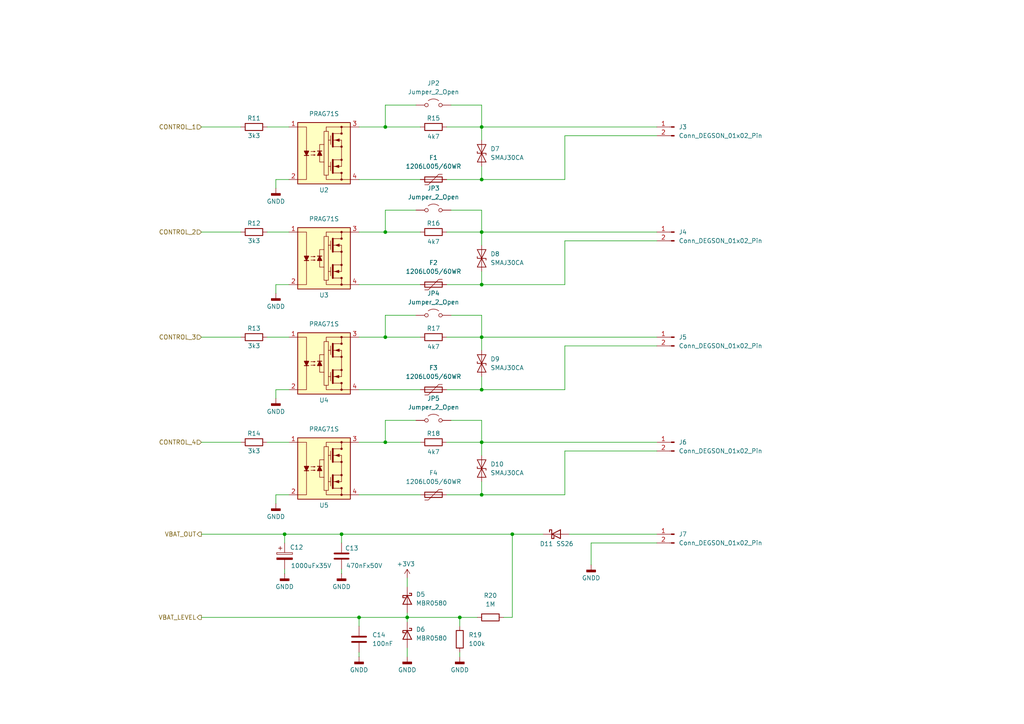
<source format=kicad_sch>
(kicad_sch (version 20250114) (generator "eeschema") (generator_version "9.0")
  (paper "A4")
  (lib_symbols
    (symbol "Device:C" (pin_numbers (hide yes)) (pin_names (offset 0.254))
      (property "Reference" "C" (at 0.635 2.54 0))
      (property "Value" "C" (at 0.635 -2.54 0))
      (symbol "C_0_1"
        (polyline (pts (xy -2.032 0.762) (xy 2.032 0.762)) (stroke (width 0.508)))
        (polyline (pts (xy -2.032 -0.762) (xy 2.032 -0.762)) (stroke (width 0.508)))
      )
      (symbol "C_1_1"
        (pin passive line (at 0 3.81 270) (length 2.794) (name "~") (number "1"))
        (pin passive line (at 0 -3.81 90) (length 2.794) (name "~") (number "2"))
      )
    )
    (symbol "Device:C_Polarized" (pin_numbers (hide yes)) (pin_names (offset 0.254))
      (property "Reference" "C" (at 0.635 2.54 0))
      (property "Value" "C_Polarized" (at 0.635 -2.54 0))
      (symbol "C_Polarized_0_1"
        (rectangle (start -2.286 0.508) (end 2.286 1.016))
        (polyline (pts (xy -1.778 2.286) (xy -0.762 2.286)))
        (polyline (pts (xy -1.27 2.794) (xy -1.27 1.778)))
        (rectangle (start 2.286 -0.508) (end -2.286 -1.016) (fill (type outline)))
      )
      (symbol "C_Polarized_1_1"
        (pin passive line (at 0 3.81 270) (length 2.794) (name "~") (number "1"))
        (pin passive line (at 0 -3.81 90) (length 2.794) (name "~") (number "2"))
      )
    )
    (symbol "Device:Polyfuse" (pin_numbers (hide yes)) (pin_names (offset 0))
      (property "Reference" "F" (at -2.54 0 90))
      (property "Value" "Polyfuse" (at 2.54 0 90))
      (symbol "Polyfuse_0_1"
        (polyline (pts (xy -1.524 2.54) (xy -1.524 1.524) (xy 1.524 -1.524) (xy 1.524 -2.54)))
        (rectangle (start -0.762 2.54) (end 0.762 -2.54) (stroke (width 0.254)))
        (polyline (pts (xy 0 2.54) (xy 0 -2.54)))
      )
      (symbol "Polyfuse_1_1"
        (pin passive line (at 0 3.81 270) (length 1.27) (name "~") (number "1"))
        (pin passive line (at 0 -3.81 90) (length 1.27) (name "~") (number "2"))
      )
    )
    (symbol "Device:R" (pin_numbers (hide yes)) (pin_names (offset 0))
      (property "Reference" "R" (at 2.032 0 90))
      (property "Value" "R" (at 0 0 90))
      (symbol "R_0_1"
        (rectangle (start -1.016 -2.54) (end 1.016 2.54) (stroke (width 0.254)))
      )
      (symbol "R_1_1"
        (pin passive line (at 0 3.81 270) (length 1.27) (name "~") (number "1"))
        (pin passive line (at 0 -3.81 90) (length 1.27) (name "~") (number "2"))
      )
    )
    (symbol "Diode:MBR0580" (pin_numbers (hide yes)) (pin_names (offset 1.016) (hide yes))
      (property "Reference" "D" (at 0 2.54 0))
      (property "Value" "MBR0580" (at 0 -2.54 0))
      (symbol "MBR0580_0_1"
        (polyline (pts (xy -1.905 0.635) (xy -1.905 1.27) (xy -1.27 1.27) (xy -1.27 -1.27) (xy -0.635 -1.27) (xy -0.635 -0.635)) (stroke (width 0.254)))
        (polyline (pts (xy 1.27 1.27) (xy 1.27 -1.27) (xy -1.27 0) (xy 1.27 1.27)) (stroke (width 0.254)))
        (polyline (pts (xy 1.27 0) (xy -1.27 0)))
      )
      (symbol "MBR0580_1_1"
        (pin passive line (at -3.81 0 0) (length 2.54) (name "K") (number "1"))
        (pin passive line (at 3.81 0 180) (length 2.54) (name "A") (number "2"))
      )
    )
    (symbol "Diode:SMAJ30CA" (pin_numbers (hide yes)) (pin_names (offset 1.016) (hide yes))
      (property "Reference" "D" (at 0 2.54 0))
      (property "Value" "SMAJ30CA" (at 0 -2.54 0))
      (symbol "SMAJ30CA_0_1"
        (polyline (pts (xy -2.54 -1.27) (xy 0 0) (xy -2.54 1.27) (xy -2.54 -1.27)) (stroke (width 0.2032)))
        (polyline (pts (xy 0.508 1.27) (xy 0 1.27) (xy 0 -1.27) (xy -0.508 -1.27)) (stroke (width 0.2032)))
        (polyline (pts (xy 1.27 0) (xy -1.27 0)))
        (polyline (pts (xy 2.54 1.27) (xy 2.54 -1.27) (xy 0 0) (xy 2.54 1.27)) (stroke (width 0.2032)))
      )
      (symbol "SMAJ30CA_1_1"
        (pin passive line (at -3.81 0 0) (length 2.54) (name "A1") (number "1"))
        (pin passive line (at 3.81 0 180) (length 2.54) (name "A2") (number "2"))
      )
    )
    (symbol "Diode:SS26" (pin_numbers (hide yes)) (pin_names (offset 1.016) (hide yes))
      (property "Reference" "D" (at 0 2.54 0))
      (property "Value" "SS26" (at 0 -2.54 0))
      (symbol "SS26_0_1"
        (polyline (pts (xy -1.905 0.635) (xy -1.905 1.27) (xy -1.27 1.27) (xy -1.27 -1.27) (xy -0.635 -1.27) (xy -0.635 -0.635)) (stroke (width 0.254)))
        (polyline (pts (xy 1.27 1.27) (xy 1.27 -1.27) (xy -1.27 0) (xy 1.27 1.27)) (stroke (width 0.254)))
        (polyline (pts (xy 1.27 0) (xy -1.27 0)))
      )
      (symbol "SS26_1_1"
        (pin passive line (at -3.81 0 0) (length 2.54) (name "K") (number "1"))
        (pin passive line (at 3.81 0 180) (length 2.54) (name "A") (number "2"))
      )
    )
    (symbol "Jumper:Jumper_2_Open" (pin_numbers (hide yes)) (pin_names (offset 0) (hide yes)) (exclude_from_sim yes)
      (property "Reference" "JP" (at 0 2.794 0))
      (property "Value" "Jumper_2_Open" (at 0 -2.286 0))
      (symbol "Jumper_2_Open_0_0"
        (circle (center -2.032 0) (radius 0.508))
        (circle (center 2.032 0) (radius 0.508))
      )
      (symbol "Jumper_2_Open_0_1"
        (arc (start -1.524 1.27) (mid 0 1.778) (end 1.524 1.27))
      )
      (symbol "Jumper_2_Open_1_1"
        (pin passive line (at -5.08 0 0) (length 2.54) (name "A") (number "1"))
        (pin passive line (at 5.08 0 180) (length 2.54) (name "B") (number "2"))
      )
    )
    (symbol "power:+3.3V" (power) (pin_numbers (hide yes)) (pin_names (offset 0) (hide yes))
      (property "Value" "+3.3V" (at 0 3.556 0))
      (symbol "+3.3V_0_1"
        (polyline (pts (xy -0.762 1.27) (xy 0 2.54)))
        (polyline (pts (xy 0 2.54) (xy 0.762 1.27)))
        (polyline (pts (xy 0 0) (xy 0 2.54)))
      )
      (symbol "+3.3V_1_1"
        (pin power_in line (at 0 0 90) (length 0) (name "~") (number "1"))
      )
    )
    (symbol "power:GNDD" (power) (pin_numbers (hide yes)) (pin_names (offset 0) (hide yes))
      (property "Value" "GNDD" (at 0 -3.175 0))
      (symbol "GNDD_0_1"
        (rectangle (start -1.27 -1.524) (end 1.27 -2.032) (stroke (width 0.254)) (fill (type outline)))
        (polyline (pts (xy 0 0) (xy 0 -1.524)))
      )
      (symbol "GNDD_1_1"
        (pin power_in line (at 0 0 270) (length 0) (name "~") (number "1"))
      )
    )
    (symbol "symbols:Conn_DEGSON_01x02_Pin" (pin_names (offset 1.016) (hide yes))
      (property "Reference" "J" (at 0 2.54 0))
      (property "Value" "Conn_DEGSON_01x02_Pin" (at 0 -5.08 0))
      (symbol "Conn_DEGSON_01x02_Pin_1_1"
        (rectangle (start 0.8636 0.127) (end 0 -0.127) (stroke (width 0.1524)) (fill (type outline)))
        (rectangle (start 0.8636 -2.413) (end 0 -2.667) (stroke (width 0.1524)) (fill (type outline)))
        (polyline (pts (xy 1.27 0) (xy 0.8636 0)) (stroke (width 0.1524)))
        (polyline (pts (xy 1.27 -2.54) (xy 0.8636 -2.54)) (stroke (width 0.1524)))
        (pin passive line (at 5.08 0 180) (length 3.81) (name "Pin_1") (number "1"))
        (pin passive line (at 5.08 -2.54 180) (length 3.81) (name "Pin_2") (number "2"))
      )
    )
    (symbol "symbols:PRAG71S" (pin_names (hide yes))
      (property "Reference" "U" (at 0 12.7 0))
      (property "Value" "PRAG71S" (at 0 10.16 0))
      (symbol "PRAG71S_0_1"
        (rectangle (start -7.62 8.89) (end 7.62 -8.89) (stroke (width 0.254)) (fill (type background)))
        (polyline (pts (xy -7.62 7.62) (xy -5.08 7.62) (xy -5.08 -7.62) (xy -7.62 -7.62)))
        (polyline (pts (xy -5.715 -0.635) (xy -4.445 -0.635)) (stroke (width 0.254)))
        (polyline (pts (xy -5.08 -0.635) (xy -5.715 0.635) (xy -4.445 0.635) (xy -5.08 -0.635)) (stroke (width 0.254)) (fill (type outline)))
        (polyline (pts (xy -3.81 0.508) (xy -2.54 0.508) (xy -2.921 0.381) (xy -2.921 0.635) (xy -2.54 0.508)))
        (polyline (pts (xy -3.81 -0.508) (xy -2.54 -0.508) (xy -2.921 -0.635) (xy -2.921 -0.381) (xy -2.54 -0.508)))
        (polyline (pts (xy -1.27 0.635) (xy -1.27 2.54) (xy 0 2.54)))
        (polyline (pts (xy -1.27 0.635) (xy -0.635 -0.635) (xy -1.905 -0.635) (xy -1.27 0.635)) (stroke (width 0.254)) (fill (type outline)))
        (polyline (pts (xy -1.27 -0.635) (xy -1.27 -2.54) (xy 0 -2.54)))
        (polyline (pts (xy -0.635 0.635) (xy -1.905 0.635)) (stroke (width 0.254)))
        (rectangle (start 0.635 6.35) (end 0.635 7.62))
        (rectangle (start 0.635 6.35) (end 0.635 6.35))
        (polyline (pts (xy 0.635 -6.35) (xy 0.635 -7.62) (xy 7.62 -7.62)))
        (polyline (pts (xy 1.27 6.35) (xy 1.27 -6.35) (xy 0 -6.35) (xy 0 6.35) (xy 1.27 6.35)))
        (polyline (pts (xy 1.27 3.81) (xy 1.905 3.81)))
        (polyline (pts (xy 1.27 -3.81) (xy 1.905 -3.81)))
        (polyline (pts (xy 1.905 2.54) (xy 1.905 5.08)))
        (polyline (pts (xy 1.905 -5.08) (xy 1.905 -2.54)))
        (polyline (pts (xy 2.54 1.905) (xy 2.54 5.715)) (stroke (width 0.508)))
        (polyline (pts (xy 2.54 -5.715) (xy 2.54 -1.905)) (stroke (width 0.508)))
        (polyline (pts (xy 3.175 -3.81) (xy 4.318 -3.429) (xy 4.318 -4.191) (xy 3.175 -3.81)) (fill (type outline)))
        (polyline (pts (xy 3.302 3.81) (xy 4.445 4.191) (xy 4.445 3.429) (xy 3.302 3.81)) (fill (type outline)))
        (polyline (pts (xy 4.445 3.81) (xy 2.54 3.81)))
        (polyline (pts (xy 4.445 3.81) (xy 5.08 3.81)))
        (polyline (pts (xy 4.445 -3.81) (xy 2.54 -3.81)))
        (polyline (pts (xy 4.445 -3.81) (xy 5.08 -3.81)))
        (polyline (pts (xy 5.08 7.62) (xy 5.08 5.715)))
        (circle (center 5.08 7.62) (radius 0.254) (fill (type outline)))
        (polyline (pts (xy 5.08 5.715) (xy 2.54 5.715)))
        (circle (center 5.08 5.715) (radius 0.254) (fill (type outline)))
        (polyline (pts (xy 5.08 3.81) (xy 5.08 1.905)))
        (polyline (pts (xy 5.08 1.905) (xy 2.54 1.905)))
        (polyline (pts (xy 5.08 1.905) (xy 5.08 -1.905)))
        (circle (center 5.08 1.905) (radius 0.254) (fill (type outline)))
        (polyline (pts (xy 5.08 -1.905) (xy 2.54 -1.905)))
        (polyline (pts (xy 5.08 -1.905) (xy 5.08 -3.81)))
        (circle (center 5.08 -1.905) (radius 0.254) (fill (type outline)))
        (polyline (pts (xy 5.08 -5.715) (xy 2.54 -5.715)))
        (polyline (pts (xy 5.08 -5.715) (xy 5.08 -7.62)))
        (circle (center 5.08 -5.715) (radius 0.254) (fill (type outline)))
        (circle (center 5.08 -7.62) (radius 0.254) (fill (type outline)))
        (polyline (pts (xy 7.62 7.62) (xy 0.635 7.62)))
      )
      (symbol "PRAG71S_1_1"
        (pin passive line (at -10.16 7.62 0) (length 2.54) (name "A") (number "1"))
        (pin passive line (at -10.16 -7.62 0) (length 2.54) (name "C") (number "2"))
        (pin bidirectional line (at 10.16 7.62 180) (length 2.54) (name "VCC") (number "3"))
        (pin bidirectional line (at 10.16 -7.62 180) (length 2.54) (name "VEE") (number "4"))
      )
    )
  )
  (junction (at 139.7 52.07))
  (junction (at 139.7 82.55))
  (junction (at 111.76 36.83))
  (junction (at 139.7 113.03))
  (junction (at 118.11 179.07))
  (junction (at 111.76 97.79))
  (junction (at 148.59 154.94))
  (junction (at 139.7 143.51))
  (junction (at 139.7 67.31))
  (junction (at 139.7 97.79))
  (junction (at 111.76 128.27))
  (junction (at 104.14 179.07))
  (junction (at 111.76 67.31))
  (junction (at 82.55 154.94))
  (junction (at 139.7 36.83))
  (junction (at 139.7 128.27))
  (junction (at 99.06 154.94))
  (junction (at 133.35 179.07))
  (wire (pts (xy 111.76 67.31) (xy 121.92 67.31)))
  (wire (pts (xy 130.81 91.44) (xy 139.7 91.44)))
  (wire (pts (xy 129.54 82.55) (xy 139.7 82.55)))
  (wire (pts (xy 139.7 139.7) (xy 139.7 143.51)))
  (wire (pts (xy 104.14 82.55) (xy 121.92 82.55)))
  (wire (pts (xy 163.83 100.33) (xy 190.5 100.33)))
  (wire (pts (xy 171.45 157.48) (xy 171.45 163.83)))
  (wire (pts (xy 104.14 113.03) (xy 121.92 113.03)))
  (wire (pts (xy 165.1 154.94) (xy 190.5 154.94)))
  (wire (pts (xy 58.42 67.31) (xy 69.85 67.31)))
  (wire (pts (xy 99.06 165.1) (xy 99.06 166.37)))
  (wire (pts (xy 163.83 113.03) (xy 163.83 100.33)))
  (wire (pts (xy 58.42 179.07) (xy 104.14 179.07)))
  (wire (pts (xy 99.06 154.94) (xy 148.59 154.94)))
  (wire (pts (xy 77.47 128.27) (xy 83.82 128.27)))
  (wire (pts (xy 139.7 67.31) (xy 139.7 71.12)))
  (wire (pts (xy 139.7 30.48) (xy 139.7 36.83)))
  (wire (pts (xy 163.83 82.55) (xy 163.83 69.85)))
  (wire (pts (xy 139.7 36.83) (xy 190.5 36.83)))
  (wire (pts (xy 104.14 67.31) (xy 111.76 67.31)))
  (wire (pts (xy 139.7 101.6) (xy 139.7 97.79)))
  (wire (pts (xy 104.14 179.07) (xy 104.14 181.61)))
  (wire (pts (xy 104.14 97.79) (xy 111.76 97.79)))
  (wire (pts (xy 129.54 143.51) (xy 139.7 143.51)))
  (wire (pts (xy 133.35 189.23) (xy 133.35 190.5)))
  (wire (pts (xy 139.7 113.03) (xy 163.83 113.03)))
  (wire (pts (xy 58.42 154.94) (xy 82.55 154.94)))
  (wire (pts (xy 99.06 157.48) (xy 99.06 154.94)))
  (wire (pts (xy 118.11 179.07) (xy 133.35 179.07)))
  (wire (pts (xy 104.14 36.83) (xy 111.76 36.83)))
  (wire (pts (xy 139.7 97.79) (xy 190.5 97.79)))
  (wire (pts (xy 111.76 121.92) (xy 111.76 128.27)))
  (wire (pts (xy 133.35 179.07) (xy 138.43 179.07)))
  (wire (pts (xy 80.01 143.51) (xy 83.82 143.51)))
  (wire (pts (xy 104.14 52.07) (xy 121.92 52.07)))
  (wire (pts (xy 163.83 52.07) (xy 163.83 39.37)))
  (wire (pts (xy 118.11 179.07) (xy 118.11 180.34)))
  (wire (pts (xy 130.81 60.96) (xy 139.7 60.96)))
  (wire (pts (xy 118.11 167.64) (xy 118.11 170.18)))
  (wire (pts (xy 82.55 157.48) (xy 82.55 154.94)))
  (wire (pts (xy 129.54 128.27) (xy 139.7 128.27)))
  (wire (pts (xy 129.54 113.03) (xy 139.7 113.03)))
  (wire (pts (xy 118.11 187.96) (xy 118.11 190.5)))
  (wire (pts (xy 111.76 36.83) (xy 121.92 36.83)))
  (wire (pts (xy 133.35 179.07) (xy 133.35 181.61)))
  (wire (pts (xy 139.7 60.96) (xy 139.7 67.31)))
  (wire (pts (xy 139.7 67.31) (xy 190.5 67.31)))
  (wire (pts (xy 139.7 132.08) (xy 139.7 128.27)))
  (wire (pts (xy 139.7 109.22) (xy 139.7 113.03)))
  (wire (pts (xy 82.55 154.94) (xy 99.06 154.94)))
  (wire (pts (xy 139.7 78.74) (xy 139.7 82.55)))
  (wire (pts (xy 58.42 128.27) (xy 69.85 128.27)))
  (wire (pts (xy 111.76 91.44) (xy 111.76 97.79)))
  (wire (pts (xy 139.7 91.44) (xy 139.7 97.79)))
  (wire (pts (xy 80.01 85.09) (xy 80.01 82.55)))
  (wire (pts (xy 82.55 165.1) (xy 82.55 166.37)))
  (wire (pts (xy 139.7 52.07) (xy 163.83 52.07)))
  (wire (pts (xy 139.7 82.55) (xy 163.83 82.55)))
  (wire (pts (xy 129.54 67.31) (xy 139.7 67.31)))
  (wire (pts (xy 163.83 130.81) (xy 190.5 130.81)))
  (wire (pts (xy 80.01 113.03) (xy 83.82 113.03)))
  (wire (pts (xy 190.5 157.48) (xy 171.45 157.48)))
  (wire (pts (xy 146.05 179.07) (xy 148.59 179.07)))
  (wire (pts (xy 77.47 97.79) (xy 83.82 97.79)))
  (wire (pts (xy 139.7 128.27) (xy 190.5 128.27)))
  (wire (pts (xy 120.65 60.96) (xy 111.76 60.96)))
  (wire (pts (xy 111.76 128.27) (xy 121.92 128.27)))
  (wire (pts (xy 130.81 30.48) (xy 139.7 30.48)))
  (wire (pts (xy 163.83 39.37) (xy 190.5 39.37)))
  (wire (pts (xy 104.14 128.27) (xy 111.76 128.27)))
  (wire (pts (xy 111.76 30.48) (xy 111.76 36.83)))
  (wire (pts (xy 139.7 36.83) (xy 139.7 40.64)))
  (wire (pts (xy 139.7 121.92) (xy 139.7 128.27)))
  (wire (pts (xy 120.65 121.92) (xy 111.76 121.92)))
  (wire (pts (xy 120.65 91.44) (xy 111.76 91.44)))
  (wire (pts (xy 120.65 30.48) (xy 111.76 30.48)))
  (wire (pts (xy 148.59 154.94) (xy 157.48 154.94)))
  (wire (pts (xy 58.42 97.79) (xy 69.85 97.79)))
  (wire (pts (xy 77.47 67.31) (xy 83.82 67.31)))
  (wire (pts (xy 80.01 52.07) (xy 83.82 52.07)))
  (wire (pts (xy 129.54 52.07) (xy 139.7 52.07)))
  (wire (pts (xy 129.54 97.79) (xy 139.7 97.79)))
  (wire (pts (xy 111.76 97.79) (xy 121.92 97.79)))
  (wire (pts (xy 104.14 143.51) (xy 121.92 143.51)))
  (wire (pts (xy 139.7 48.26) (xy 139.7 52.07)))
  (wire (pts (xy 104.14 179.07) (xy 118.11 179.07)))
  (wire (pts (xy 130.81 121.92) (xy 139.7 121.92)))
  (wire (pts (xy 80.01 115.57) (xy 80.01 113.03)))
  (wire (pts (xy 104.14 189.23) (xy 104.14 190.5)))
  (wire (pts (xy 148.59 154.94) (xy 148.59 179.07)))
  (wire (pts (xy 58.42 36.83) (xy 69.85 36.83)))
  (wire (pts (xy 163.83 143.51) (xy 163.83 130.81)))
  (wire (pts (xy 80.01 82.55) (xy 83.82 82.55)))
  (wire (pts (xy 129.54 36.83) (xy 139.7 36.83)))
  (wire (pts (xy 111.76 60.96) (xy 111.76 67.31)))
  (wire (pts (xy 80.01 146.05) (xy 80.01 143.51)))
  (wire (pts (xy 77.47 36.83) (xy 83.82 36.83)))
  (wire (pts (xy 139.7 143.51) (xy 163.83 143.51)))
  (wire (pts (xy 80.01 54.61) (xy 80.01 52.07)))
  (wire (pts (xy 163.83 69.85) (xy 190.5 69.85)))
  (wire (pts (xy 118.11 177.8) (xy 118.11 179.07)))
  (hierarchical_label "CONTROL_1" (shape input) (at 58.42 36.83 180))
  (hierarchical_label "VBAT_OUT" (shape output) (at 58.42 154.94 180))
  (hierarchical_label "CONTROL_3" (shape input) (at 58.42 97.79 180))
  (hierarchical_label "CONTROL_4" (shape input) (at 58.42 128.27 180))
  (hierarchical_label "CONTROL_2" (shape input) (at 58.42 67.31 180))
  (hierarchical_label "VBAT_LEVEL" (shape output) (at 58.42 179.07 180))
  (symbol (lib_id "Device:Polyfuse") (at 125.73 113.03 90) (unit 1)
    (property "Reference" "F3" (at 125.73 106.68 90))
    (property "Value" "1206L005/60WR" (at 125.73 109.22 90))
    (property "Footprint" "Fuse:Fuse_1206_3216Metric_Pad1.42x1.75mm_HandSolder" (effects (hide yes)))
    (property "Datasheet" "https://www.littelfuse.com/assetdocs/resettable-ptcs-1206l-datasheet?assetguid=2b6a1515-d4ee-4c83-8bd4-152b4901b8f5" (effects (hide yes)))
    (property "Description" "Resettable fuse, polymeric positive temperature coefficient" (effects (hide yes)))
  )
  (symbol (lib_id "Diode:SMAJ30CA") (at 139.7 135.89 90) (unit 1)
    (property "Reference" "D10" (at 142.24 134.6199 90) (effects (justify right)))
    (property "Value" "SMAJ30CA" (at 142.24 137.1599 90) (effects (justify right)))
    (property "Footprint" "Diode_SMD:D_SMA" (effects (hide yes)))
    (property "Datasheet" "https://www.littelfuse.com/media?resourcetype=datasheets&itemid=75e32973-b177-4ee3-a0ff-cedaf1abdb93&filename=smaj-datasheet" (effects (hide yes)))
    (property "Description" "400W bidirectional Transient Voltage Suppressor, 30.0Vr, SMA(DO-214AC)" (effects (hide yes)))
  )
  (symbol (lib_id "power:GNDD") (at 104.14 190.5 0) (unit 1)
    (property "Reference" "#PWR033" (effects (hide yes)))
    (property "Value" "GNDD" (at 104.14 194.31 0))
    (property "Description" "Power symbol creates a global label with name \"GNDD\" , digital ground" (effects (hide yes)))
  )
  (symbol (lib_id "Device:R") (at 142.24 179.07 90) (unit 1)
    (property "Reference" "R20" (at 142.24 172.72 90))
    (property "Value" "1M" (at 142.24 175.26 90))
    (property "Footprint" "Resistor_SMD:R_0805_2012Metric_Pad1.20x1.40mm_HandSolder" (effects (hide yes)))
    (property "Description" "Resistor" (effects (hide yes)))
  )
  (symbol (lib_id "symbols:Conn_DEGSON_01x02_Pin") (at 195.58 97.79 0) (mirror y) (unit 1)
    (property "Reference" "J5" (at 196.85 97.7899 0) (effects (justify right)))
    (property "Value" "Conn_DEGSON_01x02_Pin" (at 196.85 100.3299 0) (effects (justify right)))
    (property "Footprint" "footprints:DEGSON_DG390-5.0-02P_1x02_P5.0mm_Vertical" (effects (hide yes)))
    (property "Datasheet" "kicad-embed://DG390-5.0-XXP-1Y-00A&Z(H).pdf" (effects (hide yes)))
    (property "Description" "Push-in connector horizontal, single row, 01x02, script generated" (effects (hide yes)))
  )
  (symbol (lib_id "symbols:Conn_DEGSON_01x02_Pin") (at 195.58 154.94 0) (mirror y) (unit 1)
    (property "Reference" "J7" (at 196.85 154.9399 0) (effects (justify right)))
    (property "Value" "Conn_DEGSON_01x02_Pin" (at 196.85 157.4799 0) (effects (justify right)))
    (property "Footprint" "footprints:DEGSON_DG390-5.0-02P_1x02_P5.0mm_Vertical" (effects (hide yes)))
    (property "Datasheet" "kicad-embed://DG390-5.0-XXP-1Y-00A&Z(H).pdf" (effects (hide yes)))
    (property "Description" "Push-in connector horizontal, single row, 01x02, script generated" (effects (hide yes)))
  )
  (symbol (lib_id "power:GNDD") (at 82.55 166.37 0) (unit 1)
    (property "Reference" "#PWR031" (effects (hide yes)))
    (property "Value" "GNDD" (at 82.55 170.18 0))
    (property "Description" "Power symbol creates a global label with name \"GNDD\" , digital ground" (effects (hide yes)))
  )
  (symbol (lib_id "Jumper:Jumper_2_Open") (at 125.73 91.44 0) (unit 1) (exclude_from_sim yes)
    (property "Reference" "JP4" (at 125.73 85.09 0))
    (property "Value" "Jumper_2_Open" (at 125.73 87.63 0))
    (property "Footprint" "TestPoint:TestPoint_2Pads_Pitch2.54mm_Drill0.8mm" (effects (hide yes)))
    (property "Description" "Jumper, 2-pole, open" (effects (hide yes)))
  )
  (symbol (lib_id "Diode:SMAJ30CA") (at 139.7 105.41 90) (unit 1)
    (property "Reference" "D9" (at 142.24 104.1399 90) (effects (justify right)))
    (property "Value" "SMAJ30CA" (at 142.24 106.6799 90) (effects (justify right)))
    (property "Footprint" "Diode_SMD:D_SMA" (effects (hide yes)))
    (property "Datasheet" "https://www.littelfuse.com/media?resourcetype=datasheets&itemid=75e32973-b177-4ee3-a0ff-cedaf1abdb93&filename=smaj-datasheet" (effects (hide yes)))
    (property "Description" "400W bidirectional Transient Voltage Suppressor, 30.0Vr, SMA(DO-214AC)" (effects (hide yes)))
  )
  (symbol (lib_id "symbols:PRAG71S") (at 93.98 135.89 0) (unit 1)
    (property "Reference" "U5" (at 93.98 146.558 0))
    (property "Value" "PRAG71S" (at 93.98 124.46 0))
    (property "Footprint" "Package_SO:SOP-4_3.8x4.1mm_P2.54mm" (effects (hide yes)))
    (property "Datasheet" "https://optron.proton-orel.ru/upload/library/information/plastikBox/prag71s.pdf" (effects (hide yes)))
    (property "Description" "Gate Drive Optocoupler, Output Current 0.1/0.1A, Propagation Delay 3ms, SOP-4" (effects (hide yes)))
  )
  (symbol (lib_id "Device:R") (at 125.73 67.31 90) (unit 1)
    (property "Reference" "R16" (at 125.73 64.77 90))
    (property "Value" "4k7" (at 125.73 70.104 90))
    (property "Footprint" "Resistor_SMD:R_0805_2012Metric_Pad1.20x1.40mm_HandSolder" (effects (hide yes)))
    (property "Description" "Resistor" (effects (hide yes)))
  )
  (symbol (lib_id "Diode:SMAJ30CA") (at 139.7 44.45 90) (unit 1)
    (property "Reference" "D7" (at 142.24 43.1799 90) (effects (justify right)))
    (property "Value" "SMAJ30CA" (at 142.24 45.7199 90) (effects (justify right)))
    (property "Footprint" "Diode_SMD:D_SMA" (effects (hide yes)))
    (property "Datasheet" "https://www.littelfuse.com/media?resourcetype=datasheets&itemid=75e32973-b177-4ee3-a0ff-cedaf1abdb93&filename=smaj-datasheet" (effects (hide yes)))
    (property "Description" "400W bidirectional Transient Voltage Suppressor, 30.0Vr, SMA(DO-214AC)" (effects (hide yes)))
  )
  (symbol (lib_id "symbols:Conn_DEGSON_01x02_Pin") (at 195.58 67.31 0) (mirror y) (unit 1)
    (property "Reference" "J4" (at 196.85 67.3099 0) (effects (justify right)))
    (property "Value" "Conn_DEGSON_01x02_Pin" (at 196.85 69.8499 0) (effects (justify right)))
    (property "Footprint" "footprints:DEGSON_DG390-5.0-02P_1x02_P5.0mm_Vertical" (effects (hide yes)))
    (property "Datasheet" "kicad-embed://DG390-5.0-XXP-1Y-00A&Z(H).pdf" (effects (hide yes)))
    (property "Description" "Push-in connector horizontal, single row, 01x02, script generated" (effects (hide yes)))
  )
  (symbol (lib_id "power:+3.3V") (at 118.11 167.64 0) (unit 1)
    (property "Reference" "#PWR034" (effects (hide yes)))
    (property "Value" "+3V3" (at 115.062 163.576 0) (effects (justify left)))
    (property "Description" "Power symbol creates a global label with name \"+3.3V\"" (effects (hide yes)))
  )
  (symbol (lib_id "power:GNDD") (at 171.45 163.83 0) (unit 1)
    (property "Reference" "#PWR037" (effects (hide yes)))
    (property "Value" "GNDD" (at 171.45 167.64 0))
    (property "Description" "Power symbol creates a global label with name \"GNDD\" , digital ground" (effects (hide yes)))
  )
  (symbol (lib_id "symbols:Conn_DEGSON_01x02_Pin") (at 195.58 36.83 0) (mirror y) (unit 1)
    (property "Reference" "J3" (at 196.85 36.8299 0) (effects (justify right)))
    (property "Value" "Conn_DEGSON_01x02_Pin" (at 196.85 39.3699 0) (effects (justify right)))
    (property "Footprint" "footprints:DEGSON_DG390-5.0-02P_1x02_P5.0mm_Vertical" (effects (hide yes)))
    (property "Datasheet" "kicad-embed://DG390-5.0-XXP-1Y-00A&Z(H).pdf" (effects (hide yes)))
    (property "Description" "Push-in connector horizontal, single row, 01x02, script generated" (effects (hide yes)))
  )
  (symbol (lib_id "Jumper:Jumper_2_Open") (at 125.73 60.96 0) (unit 1) (exclude_from_sim yes)
    (property "Reference" "JP3" (at 125.73 54.61 0))
    (property "Value" "Jumper_2_Open" (at 125.73 57.15 0))
    (property "Footprint" "TestPoint:TestPoint_2Pads_Pitch2.54mm_Drill0.8mm" (effects (hide yes)))
    (property "Description" "Jumper, 2-pole, open" (effects (hide yes)))
  )
  (symbol (lib_id "Device:R") (at 133.35 185.42 0) (unit 1)
    (property "Reference" "R19" (at 135.89 184.1499 0) (effects (justify left)))
    (property "Value" "100k" (at 135.89 186.6899 0) (effects (justify left)))
    (property "Footprint" "Resistor_SMD:R_0805_2012Metric_Pad1.20x1.40mm_HandSolder" (effects (hide yes)))
    (property "Description" "Resistor" (effects (hide yes)))
  )
  (symbol (lib_id "Device:R") (at 73.66 97.79 90) (unit 1)
    (property "Reference" "R13" (at 73.66 95.25 90))
    (property "Value" "3k3" (at 73.66 100.33 90))
    (property "Footprint" "Resistor_SMD:R_0805_2012Metric_Pad1.20x1.40mm_HandSolder" (effects (hide yes)))
    (property "Description" "Resistor" (effects (hide yes)))
  )
  (symbol (lib_id "Device:R") (at 125.73 36.83 90) (unit 1)
    (property "Reference" "R15" (at 125.73 34.29 90))
    (property "Value" "4k7" (at 125.73 39.624 90))
    (property "Footprint" "Resistor_SMD:R_0805_2012Metric_Pad1.20x1.40mm_HandSolder" (effects (hide yes)))
    (property "Description" "Resistor" (effects (hide yes)))
  )
  (symbol (lib_id "Device:Polyfuse") (at 125.73 143.51 90) (unit 1)
    (property "Reference" "F4" (at 125.73 137.16 90))
    (property "Value" "1206L005/60WR" (at 125.73 139.7 90))
    (property "Footprint" "Fuse:Fuse_1206_3216Metric_Pad1.42x1.75mm_HandSolder" (effects (hide yes)))
    (property "Datasheet" "https://www.littelfuse.com/assetdocs/resettable-ptcs-1206l-datasheet?assetguid=2b6a1515-d4ee-4c83-8bd4-152b4901b8f5" (effects (hide yes)))
    (property "Description" "Resettable fuse, polymeric positive temperature coefficient" (effects (hide yes)))
  )
  (symbol (lib_id "Device:R") (at 125.73 128.27 90) (unit 1)
    (property "Reference" "R18" (at 125.73 125.73 90))
    (property "Value" "4k7" (at 125.73 131.064 90))
    (property "Footprint" "Resistor_SMD:R_0805_2012Metric_Pad1.20x1.40mm_HandSolder" (effects (hide yes)))
    (property "Description" "Resistor" (effects (hide yes)))
  )
  (symbol (lib_id "power:GNDD") (at 80.01 85.09 0) (unit 1)
    (property "Reference" "#PWR028" (effects (hide yes)))
    (property "Value" "GNDD" (at 80.01 88.9 0))
    (property "Description" "Power symbol creates a global label with name \"GNDD\" , digital ground" (effects (hide yes)))
  )
  (symbol (lib_id "Device:C") (at 99.06 161.29 0) (unit 1)
    (property "Reference" "C13" (at 100.076 159.004 0) (effects (justify left)))
    (property "Value" "470nFx50V" (at 100.33 164.084 0) (effects (justify left)))
    (property "Footprint" "Capacitor_SMD:C_0805_2012Metric_Pad1.18x1.45mm_HandSolder" (effects (hide yes)))
    (property "Description" "Unpolarized capacitor" (effects (hide yes)))
  )
  (symbol (lib_id "Diode:SS26") (at 161.29 154.94 0) (unit 1)
    (property "Reference" "D11" (at 158.496 157.734 0))
    (property "Value" "SS26" (at 163.83 157.734 0))
    (property "Footprint" "Diode_SMD:D_SMA" (effects (hide yes)))
    (property "Datasheet" "https://www.vishay.com/docs/88748/ss22.pdf" (effects (hide yes)))
    (property "Description" "60V 2A Schottky Diode, SMA" (effects (hide yes)))
  )
  (symbol (lib_id "power:GNDD") (at 80.01 115.57 0) (unit 1)
    (property "Reference" "#PWR029" (effects (hide yes)))
    (property "Value" "GNDD" (at 80.01 119.38 0))
    (property "Description" "Power symbol creates a global label with name \"GNDD\" , digital ground" (effects (hide yes)))
  )
  (symbol (lib_id "power:GNDD") (at 80.01 54.61 0) (unit 1)
    (property "Reference" "#PWR027" (effects (hide yes)))
    (property "Value" "GNDD" (at 80.01 58.42 0))
    (property "Description" "Power symbol creates a global label with name \"GNDD\" , digital ground" (effects (hide yes)))
  )
  (symbol (lib_id "Diode:MBR0580") (at 118.11 184.15 270) (unit 1)
    (property "Reference" "D6" (at 120.65 182.5624 90) (effects (justify left)))
    (property "Value" "MBR0580" (at 120.65 185.1024 90) (effects (justify left)))
    (property "Footprint" "Diode_SMD:D_SOD-123" (effects (hide yes)))
    (property "Datasheet" "http://www.mccsemi.com/up_pdf/MBR0520~MBR0580(SOD123).pdf" (effects (hide yes)))
    (property "Description" "80V 0.5A Schottky Power Rectifier Diode, SOD-123" (effects (hide yes)))
  )
  (symbol (lib_id "power:GNDD") (at 118.11 190.5 0) (unit 1)
    (property "Reference" "#PWR035" (effects (hide yes)))
    (property "Value" "GNDD" (at 118.11 194.31 0))
    (property "Description" "Power symbol creates a global label with name \"GNDD\" , digital ground" (effects (hide yes)))
  )
  (symbol (lib_id "Jumper:Jumper_2_Open") (at 125.73 121.92 0) (unit 1) (exclude_from_sim yes)
    (property "Reference" "JP5" (at 125.73 115.57 0))
    (property "Value" "Jumper_2_Open" (at 125.73 118.11 0))
    (property "Footprint" "TestPoint:TestPoint_2Pads_Pitch2.54mm_Drill0.8mm" (effects (hide yes)))
    (property "Description" "Jumper, 2-pole, open" (effects (hide yes)))
  )
  (symbol (lib_id "Device:C_Polarized") (at 82.55 161.29 0) (unit 1)
    (property "Reference" "C12" (at 84.074 158.75 0) (effects (justify left)))
    (property "Value" "1000uFx35V" (at 84.328 164.084 0) (effects (justify left)))
    (property "Footprint" "Capacitor_THT:CP_Radial_D12.5mm_P5.00mm" (effects (hide yes)))
    (property "Description" "Polarized capacitor" (effects (hide yes)))
  )
  (symbol (lib_id "symbols:PRAG71S") (at 93.98 105.41 0) (unit 1)
    (property "Reference" "U4" (at 93.98 116.078 0))
    (property "Value" "PRAG71S" (at 93.98 93.98 0))
    (property "Footprint" "Package_SO:SOP-4_3.8x4.1mm_P2.54mm" (effects (hide yes)))
    (property "Datasheet" "https://optron.proton-orel.ru/upload/library/information/plastikBox/prag71s.pdf" (effects (hide yes)))
    (property "Description" "Gate Drive Optocoupler, Output Current 0.1/0.1A, Propagation Delay 3ms, SOP-4" (effects (hide yes)))
  )
  (symbol (lib_id "Jumper:Jumper_2_Open") (at 125.73 30.48 0) (unit 1) (exclude_from_sim yes)
    (property "Reference" "JP2" (at 125.73 24.13 0))
    (property "Value" "Jumper_2_Open" (at 125.73 26.67 0))
    (property "Footprint" "TestPoint:TestPoint_2Pads_Pitch2.54mm_Drill0.8mm" (effects (hide yes)))
    (property "Description" "Jumper, 2-pole, open" (effects (hide yes)))
  )
  (symbol (lib_id "Device:C") (at 104.14 185.42 180) (unit 1)
    (property "Reference" "C14" (at 107.95 184.1499 0) (effects (justify right)))
    (property "Value" "100nF" (at 107.95 186.6899 0) (effects (justify right)))
    (property "Footprint" "Capacitor_SMD:C_0805_2012Metric_Pad1.18x1.45mm_HandSolder" (effects (hide yes)))
    (property "Description" "Unpolarized capacitor" (effects (hide yes)))
  )
  (symbol (lib_id "Device:R") (at 73.66 36.83 90) (unit 1)
    (property "Reference" "R11" (at 73.66 34.29 90))
    (property "Value" "3k3" (at 73.66 39.37 90))
    (property "Footprint" "Resistor_SMD:R_0805_2012Metric_Pad1.20x1.40mm_HandSolder" (effects (hide yes)))
    (property "Description" "Resistor" (effects (hide yes)))
  )
  (symbol (lib_id "Device:Polyfuse") (at 125.73 82.55 90) (unit 1)
    (property "Reference" "F2" (at 125.73 76.2 90))
    (property "Value" "1206L005/60WR" (at 125.73 78.74 90))
    (property "Footprint" "Fuse:Fuse_1206_3216Metric_Pad1.42x1.75mm_HandSolder" (effects (hide yes)))
    (property "Datasheet" "https://www.littelfuse.com/assetdocs/resettable-ptcs-1206l-datasheet?assetguid=2b6a1515-d4ee-4c83-8bd4-152b4901b8f5" (effects (hide yes)))
    (property "Description" "Resettable fuse, polymeric positive temperature coefficient" (effects (hide yes)))
  )
  (symbol (lib_id "symbols:PRAG71S") (at 93.98 44.45 0) (unit 1)
    (property "Reference" "U2" (at 93.98 55.118 0))
    (property "Value" "PRAG71S" (at 93.98 33.02 0))
    (property "Footprint" "Package_SO:SOP-4_3.8x4.1mm_P2.54mm" (effects (hide yes)))
    (property "Datasheet" "https://optron.proton-orel.ru/upload/library/information/plastikBox/prag71s.pdf" (effects (hide yes)))
    (property "Description" "Gate Drive Optocoupler, Output Current 0.1/0.1A, Propagation Delay 3ms, SOP-4" (effects (hide yes)))
  )
  (symbol (lib_id "power:GNDD") (at 99.06 166.37 0) (unit 1)
    (property "Reference" "#PWR032" (effects (hide yes)))
    (property "Value" "GNDD" (at 99.06 170.18 0))
    (property "Description" "Power symbol creates a global label with name \"GNDD\" , digital ground" (effects (hide yes)))
  )
  (symbol (lib_id "Device:Polyfuse") (at 125.73 52.07 90) (unit 1)
    (property "Reference" "F1" (at 125.73 45.72 90))
    (property "Value" "1206L005/60WR" (at 125.73 48.26 90))
    (property "Footprint" "Fuse:Fuse_1206_3216Metric_Pad1.42x1.75mm_HandSolder" (effects (hide yes)))
    (property "Datasheet" "https://www.littelfuse.com/assetdocs/resettable-ptcs-1206l-datasheet?assetguid=2b6a1515-d4ee-4c83-8bd4-152b4901b8f5" (effects (hide yes)))
    (property "Description" "Resettable fuse, polymeric positive temperature coefficient" (effects (hide yes)))
  )
  (symbol (lib_id "symbols:PRAG71S") (at 93.98 74.93 0) (unit 1)
    (property "Reference" "U3" (at 93.98 85.598 0))
    (property "Value" "PRAG71S" (at 93.98 63.5 0))
    (property "Footprint" "Package_SO:SOP-4_3.8x4.1mm_P2.54mm" (effects (hide yes)))
    (property "Datasheet" "https://optron.proton-orel.ru/upload/library/information/plastikBox/prag71s.pdf" (effects (hide yes)))
    (property "Description" "Gate Drive Optocoupler, Output Current 0.1/0.1A, Propagation Delay 3ms, SOP-4" (effects (hide yes)))
  )
  (symbol (lib_id "Device:R") (at 73.66 128.27 90) (unit 1)
    (property "Reference" "R14" (at 73.66 125.73 90))
    (property "Value" "3k3" (at 73.66 130.81 90))
    (property "Footprint" "Resistor_SMD:R_0805_2012Metric_Pad1.20x1.40mm_HandSolder" (effects (hide yes)))
    (property "Description" "Resistor" (effects (hide yes)))
  )
  (symbol (lib_id "power:GNDD") (at 80.01 146.05 0) (unit 1)
    (property "Reference" "#PWR030" (effects (hide yes)))
    (property "Value" "GNDD" (at 80.01 149.86 0))
    (property "Description" "Power symbol creates a global label with name \"GNDD\" , digital ground" (effects (hide yes)))
  )
  (symbol (lib_id "Device:R") (at 73.66 67.31 90) (unit 1)
    (property "Reference" "R12" (at 73.66 64.77 90))
    (property "Value" "3k3" (at 73.66 69.85 90))
    (property "Footprint" "Resistor_SMD:R_0805_2012Metric_Pad1.20x1.40mm_HandSolder" (effects (hide yes)))
    (property "Description" "Resistor" (effects (hide yes)))
  )
  (symbol (lib_id "Diode:SMAJ30CA") (at 139.7 74.93 90) (unit 1)
    (property "Reference" "D8" (at 142.24 73.6599 90) (effects (justify right)))
    (property "Value" "SMAJ30CA" (at 142.24 76.1999 90) (effects (justify right)))
    (property "Footprint" "Diode_SMD:D_SMA" (effects (hide yes)))
    (property "Datasheet" "https://www.littelfuse.com/media?resourcetype=datasheets&itemid=75e32973-b177-4ee3-a0ff-cedaf1abdb93&filename=smaj-datasheet" (effects (hide yes)))
    (property "Description" "400W bidirectional Transient Voltage Suppressor, 30.0Vr, SMA(DO-214AC)" (effects (hide yes)))
  )
  (symbol (lib_id "Device:R") (at 125.73 97.79 90) (unit 1)
    (property "Reference" "R17" (at 125.73 95.25 90))
    (property "Value" "4k7" (at 125.73 100.584 90))
    (property "Footprint" "Resistor_SMD:R_0805_2012Metric_Pad1.20x1.40mm_HandSolder" (effects (hide yes)))
    (property "Description" "Resistor" (effects (hide yes)))
  )
  (symbol (lib_id "Diode:MBR0580") (at 118.11 173.99 270) (unit 1)
    (property "Reference" "D5" (at 120.65 172.4024 90) (effects (justify left)))
    (property "Value" "MBR0580" (at 120.65 174.9424 90) (effects (justify left)))
    (property "Footprint" "Diode_SMD:D_SOD-123" (effects (hide yes)))
    (property "Datasheet" "http://www.mccsemi.com/up_pdf/MBR0520~MBR0580(SOD123).pdf" (effects (hide yes)))
    (property "Description" "80V 0.5A Schottky Power Rectifier Diode, SOD-123" (effects (hide yes)))
  )
  (symbol (lib_id "power:GNDD") (at 133.35 190.5 0) (unit 1)
    (property "Reference" "#PWR036" (effects (hide yes)))
    (property "Value" "GNDD" (at 133.35 194.31 0))
    (property "Description" "Power symbol creates a global label with name \"GNDD\" , digital ground" (effects (hide yes)))
  )
  (symbol (lib_id "symbols:Conn_DEGSON_01x02_Pin") (at 195.58 128.27 0) (mirror y) (unit 1)
    (property "Reference" "J6" (at 196.85 128.2699 0) (effects (justify right)))
    (property "Value" "Conn_DEGSON_01x02_Pin" (at 196.85 130.8099 0) (effects (justify right)))
    (property "Footprint" "footprints:DEGSON_DG390-5.0-02P_1x02_P5.0mm_Vertical" (effects (hide yes)))
    (property "Datasheet" "kicad-embed://DG390-5.0-XXP-1Y-00A&Z(H).pdf" (effects (hide yes)))
    (property "Description" "Push-in connector horizontal, single row, 01x02, script generated" (effects (hide yes)))
  )
)
</source>
